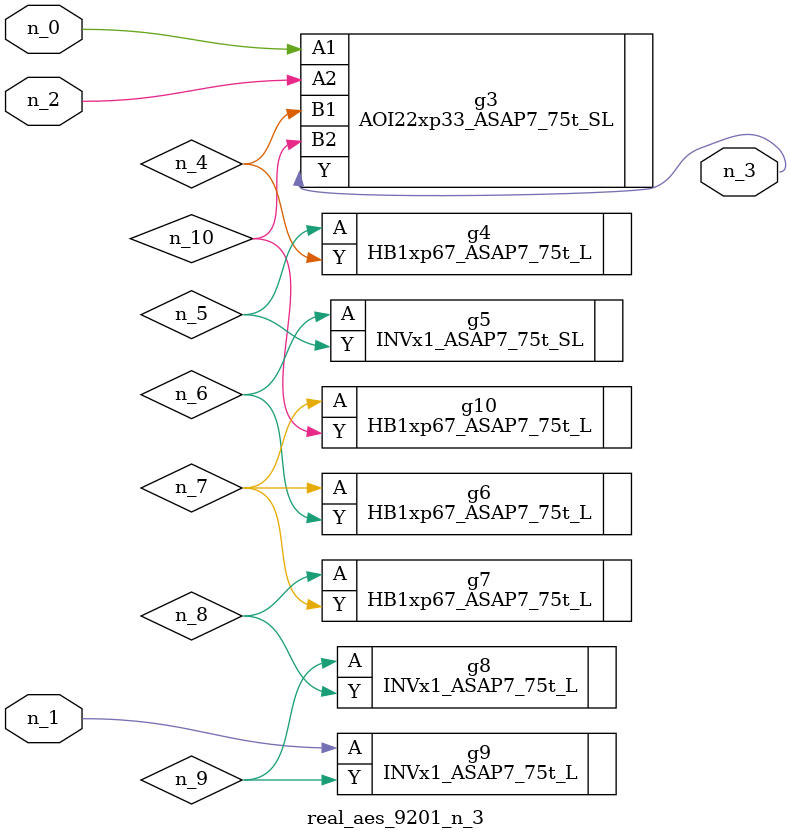
<source format=v>
module real_aes_9201_n_3 (n_0, n_2, n_1, n_3);
input n_0;
input n_2;
input n_1;
output n_3;
wire n_4;
wire n_5;
wire n_7;
wire n_8;
wire n_6;
wire n_9;
wire n_10;
AOI22xp33_ASAP7_75t_SL g3 ( .A1(n_0), .A2(n_2), .B1(n_4), .B2(n_10), .Y(n_3) );
INVx1_ASAP7_75t_L g9 ( .A(n_1), .Y(n_9) );
HB1xp67_ASAP7_75t_L g4 ( .A(n_5), .Y(n_4) );
INVx1_ASAP7_75t_SL g5 ( .A(n_6), .Y(n_5) );
HB1xp67_ASAP7_75t_L g6 ( .A(n_7), .Y(n_6) );
HB1xp67_ASAP7_75t_L g10 ( .A(n_7), .Y(n_10) );
HB1xp67_ASAP7_75t_L g7 ( .A(n_8), .Y(n_7) );
INVx1_ASAP7_75t_L g8 ( .A(n_9), .Y(n_8) );
endmodule
</source>
